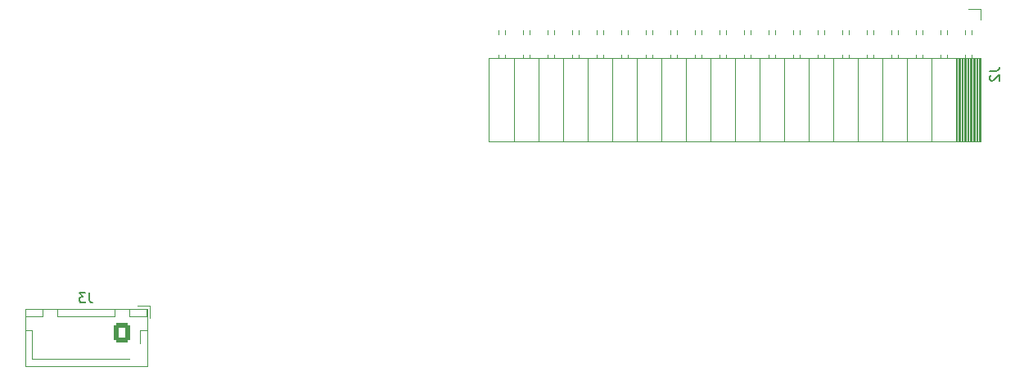
<source format=gbo>
G04 #@! TF.GenerationSoftware,KiCad,Pcbnew,7.0.8*
G04 #@! TF.CreationDate,2024-01-27T08:45:00-08:00*
G04 #@! TF.ProjectId,FacePlate,46616365-506c-4617-9465-2e6b69636164,rev?*
G04 #@! TF.SameCoordinates,Original*
G04 #@! TF.FileFunction,Legend,Bot*
G04 #@! TF.FilePolarity,Positive*
%FSLAX46Y46*%
G04 Gerber Fmt 4.6, Leading zero omitted, Abs format (unit mm)*
G04 Created by KiCad (PCBNEW 7.0.8) date 2024-01-27 08:45:00*
%MOMM*%
%LPD*%
G01*
G04 APERTURE LIST*
G04 Aperture macros list*
%AMRoundRect*
0 Rectangle with rounded corners*
0 $1 Rounding radius*
0 $2 $3 $4 $5 $6 $7 $8 $9 X,Y pos of 4 corners*
0 Add a 4 corners polygon primitive as box body*
4,1,4,$2,$3,$4,$5,$6,$7,$8,$9,$2,$3,0*
0 Add four circle primitives for the rounded corners*
1,1,$1+$1,$2,$3*
1,1,$1+$1,$4,$5*
1,1,$1+$1,$6,$7*
1,1,$1+$1,$8,$9*
0 Add four rect primitives between the rounded corners*
20,1,$1+$1,$2,$3,$4,$5,0*
20,1,$1+$1,$4,$5,$6,$7,0*
20,1,$1+$1,$6,$7,$8,$9,0*
20,1,$1+$1,$8,$9,$2,$3,0*%
G04 Aperture macros list end*
%ADD10C,0.150000*%
%ADD11C,0.120000*%
%ADD12R,1.700000X1.700000*%
%ADD13O,1.700000X1.700000*%
%ADD14C,1.200000*%
%ADD15RoundRect,0.250000X0.600000X0.725000X-0.600000X0.725000X-0.600000X-0.725000X0.600000X-0.725000X0*%
%ADD16O,1.700000X1.950000*%
G04 APERTURE END LIST*
D10*
X208472819Y-64316666D02*
X209187104Y-64316666D01*
X209187104Y-64316666D02*
X209329961Y-64269047D01*
X209329961Y-64269047D02*
X209425200Y-64173809D01*
X209425200Y-64173809D02*
X209472819Y-64030952D01*
X209472819Y-64030952D02*
X209472819Y-63935714D01*
X208568057Y-64745238D02*
X208520438Y-64792857D01*
X208520438Y-64792857D02*
X208472819Y-64888095D01*
X208472819Y-64888095D02*
X208472819Y-65126190D01*
X208472819Y-65126190D02*
X208520438Y-65221428D01*
X208520438Y-65221428D02*
X208568057Y-65269047D01*
X208568057Y-65269047D02*
X208663295Y-65316666D01*
X208663295Y-65316666D02*
X208758533Y-65316666D01*
X208758533Y-65316666D02*
X208901390Y-65269047D01*
X208901390Y-65269047D02*
X209472819Y-64697619D01*
X209472819Y-64697619D02*
X209472819Y-65316666D01*
X115333333Y-87304819D02*
X115333333Y-88019104D01*
X115333333Y-88019104D02*
X115380952Y-88161961D01*
X115380952Y-88161961D02*
X115476190Y-88257200D01*
X115476190Y-88257200D02*
X115619047Y-88304819D01*
X115619047Y-88304819D02*
X115714285Y-88304819D01*
X114952380Y-87304819D02*
X114333333Y-87304819D01*
X114333333Y-87304819D02*
X114666666Y-87685771D01*
X114666666Y-87685771D02*
X114523809Y-87685771D01*
X114523809Y-87685771D02*
X114428571Y-87733390D01*
X114428571Y-87733390D02*
X114380952Y-87781009D01*
X114380952Y-87781009D02*
X114333333Y-87876247D01*
X114333333Y-87876247D02*
X114333333Y-88114342D01*
X114333333Y-88114342D02*
X114380952Y-88209580D01*
X114380952Y-88209580D02*
X114428571Y-88257200D01*
X114428571Y-88257200D02*
X114523809Y-88304819D01*
X114523809Y-88304819D02*
X114809523Y-88304819D01*
X114809523Y-88304819D02*
X114904761Y-88257200D01*
X114904761Y-88257200D02*
X114952380Y-88209580D01*
D11*
X156658000Y-71630000D02*
X156658000Y-63000000D01*
X159258000Y-71630000D02*
X159258000Y-63000000D01*
X161798000Y-71630000D02*
X161798000Y-63000000D01*
X164338000Y-71630000D02*
X164338000Y-63000000D01*
X166878000Y-71630000D02*
X166878000Y-63000000D01*
X169418000Y-71630000D02*
X169418000Y-63000000D01*
X171958000Y-71630000D02*
X171958000Y-63000000D01*
X174498000Y-71630000D02*
X174498000Y-63000000D01*
X177038000Y-71630000D02*
X177038000Y-63000000D01*
X179578000Y-71630000D02*
X179578000Y-63000000D01*
X182118000Y-71630000D02*
X182118000Y-63000000D01*
X184658000Y-71630000D02*
X184658000Y-63000000D01*
X187198000Y-71630000D02*
X187198000Y-63000000D01*
X189738000Y-71630000D02*
X189738000Y-63000000D01*
X192278000Y-71630000D02*
X192278000Y-63000000D01*
X194818000Y-71630000D02*
X194818000Y-63000000D01*
X197358000Y-71630000D02*
X197358000Y-63000000D01*
X199898000Y-71630000D02*
X199898000Y-63000000D01*
X202438000Y-71630000D02*
X202438000Y-63000000D01*
X204978000Y-71630000D02*
X204978000Y-63000000D01*
X205096100Y-71630000D02*
X205096100Y-63000000D01*
X205214195Y-71630000D02*
X205214195Y-63000000D01*
X205332290Y-71630000D02*
X205332290Y-63000000D01*
X205450385Y-71630000D02*
X205450385Y-63000000D01*
X205568480Y-71630000D02*
X205568480Y-63000000D01*
X205686575Y-71630000D02*
X205686575Y-63000000D01*
X205804670Y-71630000D02*
X205804670Y-63000000D01*
X205922765Y-71630000D02*
X205922765Y-63000000D01*
X206040860Y-71630000D02*
X206040860Y-63000000D01*
X206158955Y-71630000D02*
X206158955Y-63000000D01*
X206277050Y-71630000D02*
X206277050Y-63000000D01*
X206395145Y-71630000D02*
X206395145Y-63000000D01*
X206513240Y-71630000D02*
X206513240Y-63000000D01*
X206631335Y-71630000D02*
X206631335Y-63000000D01*
X206749430Y-71630000D02*
X206749430Y-63000000D01*
X206867525Y-71630000D02*
X206867525Y-63000000D01*
X206985620Y-71630000D02*
X206985620Y-63000000D01*
X207103715Y-71630000D02*
X207103715Y-63000000D01*
X207221810Y-71630000D02*
X207221810Y-63000000D01*
X207339905Y-71630000D02*
X207339905Y-63000000D01*
X207458000Y-71630000D02*
X207458000Y-63000000D01*
X207578000Y-71630000D02*
X156658000Y-71630000D01*
X207578000Y-71630000D02*
X207578000Y-63000000D01*
X157628000Y-63000000D02*
X157628000Y-62590000D01*
X158348000Y-63000000D02*
X158348000Y-62590000D01*
X160168000Y-63000000D02*
X160168000Y-62590000D01*
X160888000Y-63000000D02*
X160888000Y-62590000D01*
X162708000Y-63000000D02*
X162708000Y-62590000D01*
X163428000Y-63000000D02*
X163428000Y-62590000D01*
X165248000Y-63000000D02*
X165248000Y-62590000D01*
X165968000Y-63000000D02*
X165968000Y-62590000D01*
X167788000Y-63000000D02*
X167788000Y-62590000D01*
X168508000Y-63000000D02*
X168508000Y-62590000D01*
X170328000Y-63000000D02*
X170328000Y-62590000D01*
X171048000Y-63000000D02*
X171048000Y-62590000D01*
X172868000Y-63000000D02*
X172868000Y-62590000D01*
X173588000Y-63000000D02*
X173588000Y-62590000D01*
X175408000Y-63000000D02*
X175408000Y-62590000D01*
X176128000Y-63000000D02*
X176128000Y-62590000D01*
X177948000Y-63000000D02*
X177948000Y-62590000D01*
X178668000Y-63000000D02*
X178668000Y-62590000D01*
X180488000Y-63000000D02*
X180488000Y-62590000D01*
X181208000Y-63000000D02*
X181208000Y-62590000D01*
X183028000Y-63000000D02*
X183028000Y-62590000D01*
X183748000Y-63000000D02*
X183748000Y-62590000D01*
X185568000Y-63000000D02*
X185568000Y-62590000D01*
X186288000Y-63000000D02*
X186288000Y-62590000D01*
X188108000Y-63000000D02*
X188108000Y-62590000D01*
X188828000Y-63000000D02*
X188828000Y-62590000D01*
X190648000Y-63000000D02*
X190648000Y-62590000D01*
X191368000Y-63000000D02*
X191368000Y-62590000D01*
X193188000Y-63000000D02*
X193188000Y-62590000D01*
X193908000Y-63000000D02*
X193908000Y-62590000D01*
X195728000Y-63000000D02*
X195728000Y-62590000D01*
X196448000Y-63000000D02*
X196448000Y-62590000D01*
X198268000Y-63000000D02*
X198268000Y-62590000D01*
X198988000Y-63000000D02*
X198988000Y-62590000D01*
X200808000Y-63000000D02*
X200808000Y-62590000D01*
X201528000Y-63000000D02*
X201528000Y-62590000D01*
X203348000Y-63000000D02*
X203348000Y-62590000D01*
X204068000Y-63000000D02*
X204068000Y-62590000D01*
X205888000Y-63000000D02*
X205888000Y-62590000D01*
X206608000Y-63000000D02*
X206608000Y-62590000D01*
X207578000Y-63000000D02*
X156658000Y-63000000D01*
X157628000Y-60490000D02*
X157628000Y-60050000D01*
X158348000Y-60490000D02*
X158348000Y-60050000D01*
X160168000Y-60490000D02*
X160168000Y-60050000D01*
X160888000Y-60490000D02*
X160888000Y-60050000D01*
X162708000Y-60490000D02*
X162708000Y-60050000D01*
X163428000Y-60490000D02*
X163428000Y-60050000D01*
X165248000Y-60490000D02*
X165248000Y-60050000D01*
X165968000Y-60490000D02*
X165968000Y-60050000D01*
X167788000Y-60490000D02*
X167788000Y-60050000D01*
X168508000Y-60490000D02*
X168508000Y-60050000D01*
X170328000Y-60490000D02*
X170328000Y-60050000D01*
X171048000Y-60490000D02*
X171048000Y-60050000D01*
X172868000Y-60490000D02*
X172868000Y-60050000D01*
X173588000Y-60490000D02*
X173588000Y-60050000D01*
X175408000Y-60490000D02*
X175408000Y-60050000D01*
X176128000Y-60490000D02*
X176128000Y-60050000D01*
X177948000Y-60490000D02*
X177948000Y-60050000D01*
X178668000Y-60490000D02*
X178668000Y-60050000D01*
X180488000Y-60490000D02*
X180488000Y-60050000D01*
X181208000Y-60490000D02*
X181208000Y-60050000D01*
X183028000Y-60490000D02*
X183028000Y-60050000D01*
X183748000Y-60490000D02*
X183748000Y-60050000D01*
X185568000Y-60490000D02*
X185568000Y-60050000D01*
X186288000Y-60490000D02*
X186288000Y-60050000D01*
X188108000Y-60490000D02*
X188108000Y-60050000D01*
X188828000Y-60490000D02*
X188828000Y-60050000D01*
X190648000Y-60490000D02*
X190648000Y-60050000D01*
X191368000Y-60490000D02*
X191368000Y-60050000D01*
X193188000Y-60490000D02*
X193188000Y-60050000D01*
X193908000Y-60490000D02*
X193908000Y-60050000D01*
X195728000Y-60490000D02*
X195728000Y-60050000D01*
X196448000Y-60490000D02*
X196448000Y-60050000D01*
X198268000Y-60490000D02*
X198268000Y-60050000D01*
X198988000Y-60490000D02*
X198988000Y-60050000D01*
X200808000Y-60490000D02*
X200808000Y-60050000D01*
X201528000Y-60490000D02*
X201528000Y-60050000D01*
X203348000Y-60490000D02*
X203348000Y-60050000D01*
X204068000Y-60490000D02*
X204068000Y-60050000D01*
X205888000Y-60490000D02*
X205888000Y-60110000D01*
X206608000Y-60490000D02*
X206608000Y-60110000D01*
X207578000Y-59000000D02*
X207578000Y-57890000D01*
X207578000Y-57890000D02*
X206248000Y-57890000D01*
X121600000Y-88650000D02*
X121600000Y-89900000D01*
X121310000Y-94910000D02*
X108690000Y-94910000D01*
X121310000Y-88940000D02*
X121310000Y-94910000D01*
X121300000Y-91200000D02*
X120550000Y-91200000D01*
X121300000Y-89700000D02*
X119500000Y-89700000D01*
X121300000Y-88950000D02*
X121300000Y-89700000D01*
X120550000Y-91200000D02*
X120550000Y-92540000D01*
X120350000Y-88650000D02*
X121600000Y-88650000D01*
X119500000Y-89700000D02*
X119500000Y-88950000D01*
X119500000Y-88950000D02*
X121300000Y-88950000D01*
X118000000Y-89700000D02*
X112000000Y-89700000D01*
X118000000Y-88950000D02*
X118000000Y-89700000D01*
X115000000Y-94150000D02*
X119490000Y-94150000D01*
X112000000Y-89700000D02*
X112000000Y-88950000D01*
X112000000Y-88950000D02*
X118000000Y-88950000D01*
X110500000Y-89700000D02*
X108700000Y-89700000D01*
X110500000Y-88950000D02*
X110500000Y-89700000D01*
X109450000Y-94150000D02*
X115000000Y-94150000D01*
X109450000Y-91200000D02*
X109450000Y-94150000D01*
X108700000Y-91200000D02*
X109450000Y-91200000D01*
X108700000Y-89700000D02*
X108700000Y-88950000D01*
X108700000Y-88950000D02*
X110500000Y-88950000D01*
X108690000Y-94910000D02*
X108690000Y-88940000D01*
X108690000Y-88940000D02*
X121310000Y-88940000D01*
%LPC*%
D12*
X104140000Y-68925600D03*
D13*
X104140000Y-71465600D03*
X104140000Y-74005600D03*
X104140000Y-76545600D03*
X104140000Y-79085600D03*
X104140000Y-81625600D03*
X104140000Y-84165600D03*
D12*
X227250000Y-83700000D03*
D13*
X227250000Y-81160000D03*
X227250000Y-78620000D03*
X227250000Y-76080000D03*
X227250000Y-73540000D03*
X227250000Y-71000000D03*
X227250000Y-68460000D03*
D12*
X206248000Y-59000000D03*
D13*
X206248000Y-61540000D03*
X203708000Y-59000000D03*
X203708000Y-61540000D03*
X201168000Y-59000000D03*
X201168000Y-61540000D03*
X198628000Y-59000000D03*
X198628000Y-61540000D03*
X196088000Y-59000000D03*
X196088000Y-61540000D03*
X193548000Y-59000000D03*
X193548000Y-61540000D03*
X191008000Y-59000000D03*
X191008000Y-61540000D03*
X188468000Y-59000000D03*
X188468000Y-61540000D03*
X185928000Y-59000000D03*
X185928000Y-61540000D03*
X183388000Y-59000000D03*
X183388000Y-61540000D03*
X180848000Y-59000000D03*
X180848000Y-61540000D03*
X178308000Y-59000000D03*
X178308000Y-61540000D03*
X175768000Y-59000000D03*
X175768000Y-61540000D03*
X173228000Y-59000000D03*
X173228000Y-61540000D03*
X170688000Y-59000000D03*
X170688000Y-61540000D03*
X168148000Y-59000000D03*
X168148000Y-61540000D03*
X165608000Y-59000000D03*
X165608000Y-61540000D03*
X163068000Y-59000000D03*
X163068000Y-61540000D03*
X160528000Y-59000000D03*
X160528000Y-61540000D03*
X157988000Y-59000000D03*
X157988000Y-61540000D03*
D14*
X120350000Y-93400000D03*
D15*
X118750000Y-91400000D03*
D16*
X116250000Y-91400000D03*
X113750000Y-91400000D03*
X111250000Y-91400000D03*
%LPD*%
M02*

</source>
